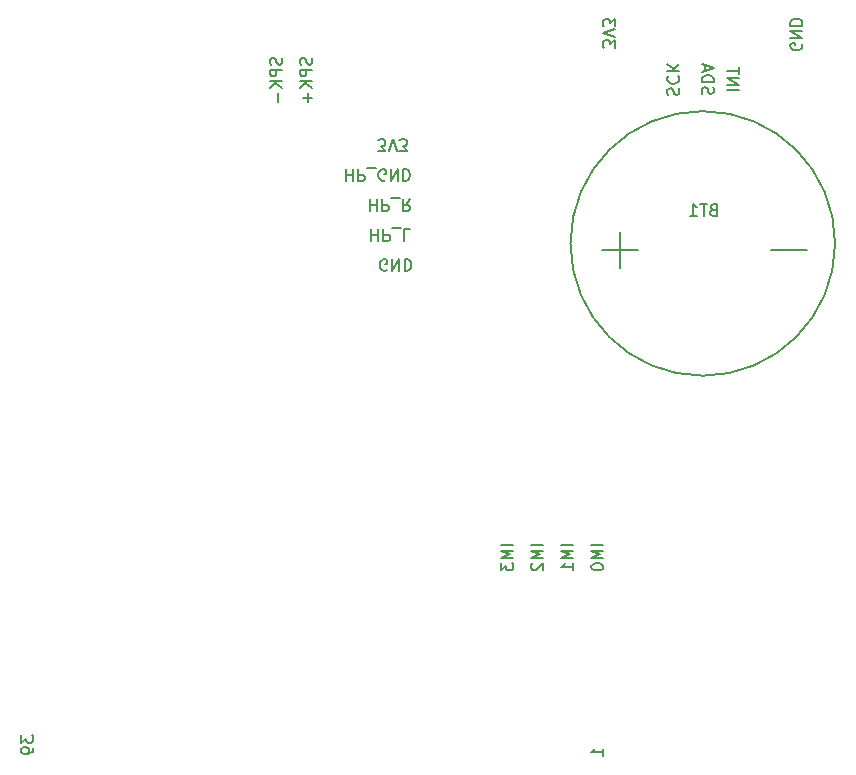
<source format=gbo>
G04 #@! TF.FileFunction,Legend,Bot*
%FSLAX46Y46*%
G04 Gerber Fmt 4.6, Leading zero omitted, Abs format (unit mm)*
G04 Created by KiCad (PCBNEW (2016-04-11 BZR 6687, Git f239aee)-product) date 7/7/2016 5:08:46 PM*
%MOMM*%
G01*
G04 APERTURE LIST*
%ADD10C,0.100000*%
%ADD11C,0.150000*%
G04 APERTURE END LIST*
D10*
D11*
X46384595Y-34790000D02*
X46289357Y-34837619D01*
X46146500Y-34837619D01*
X46003642Y-34790000D01*
X45908404Y-34694761D01*
X45860785Y-34599523D01*
X45813166Y-34409047D01*
X45813166Y-34266190D01*
X45860785Y-34075714D01*
X45908404Y-33980476D01*
X46003642Y-33885238D01*
X46146500Y-33837619D01*
X46241738Y-33837619D01*
X46384595Y-33885238D01*
X46432214Y-33932857D01*
X46432214Y-34266190D01*
X46241738Y-34266190D01*
X46860785Y-33837619D02*
X46860785Y-34837619D01*
X47432214Y-33837619D01*
X47432214Y-34837619D01*
X47908404Y-33837619D02*
X47908404Y-34837619D01*
X48146500Y-34837619D01*
X48289357Y-34790000D01*
X48384595Y-34694761D01*
X48432214Y-34599523D01*
X48479833Y-34409047D01*
X48479833Y-34266190D01*
X48432214Y-34075714D01*
X48384595Y-33980476D01*
X48289357Y-33885238D01*
X48146500Y-33837619D01*
X47908404Y-33837619D01*
X42932023Y-26217619D02*
X42932023Y-27217619D01*
X42932023Y-26741428D02*
X43503452Y-26741428D01*
X43503452Y-26217619D02*
X43503452Y-27217619D01*
X43979642Y-26217619D02*
X43979642Y-27217619D01*
X44360595Y-27217619D01*
X44455833Y-27170000D01*
X44503452Y-27122380D01*
X44551071Y-27027142D01*
X44551071Y-26884285D01*
X44503452Y-26789047D01*
X44455833Y-26741428D01*
X44360595Y-26693809D01*
X43979642Y-26693809D01*
X44741547Y-26122380D02*
X45503452Y-26122380D01*
X46265357Y-27170000D02*
X46170119Y-27217619D01*
X46027261Y-27217619D01*
X45884404Y-27170000D01*
X45789166Y-27074761D01*
X45741547Y-26979523D01*
X45693928Y-26789047D01*
X45693928Y-26646190D01*
X45741547Y-26455714D01*
X45789166Y-26360476D01*
X45884404Y-26265238D01*
X46027261Y-26217619D01*
X46122500Y-26217619D01*
X46265357Y-26265238D01*
X46312976Y-26312857D01*
X46312976Y-26646190D01*
X46122500Y-26646190D01*
X46741547Y-26217619D02*
X46741547Y-27217619D01*
X47312976Y-26217619D01*
X47312976Y-27217619D01*
X47789166Y-26217619D02*
X47789166Y-27217619D01*
X48027261Y-27217619D01*
X48170119Y-27170000D01*
X48265357Y-27074761D01*
X48312976Y-26979523D01*
X48360595Y-26789047D01*
X48360595Y-26646190D01*
X48312976Y-26455714D01*
X48265357Y-26360476D01*
X48170119Y-26265238D01*
X48027261Y-26217619D01*
X47789166Y-26217619D01*
X62174380Y-58036880D02*
X61174380Y-58036880D01*
X62174380Y-58513071D02*
X61174380Y-58513071D01*
X61888666Y-58846404D01*
X61174380Y-59179738D01*
X62174380Y-59179738D01*
X62174380Y-60179738D02*
X62174380Y-59608309D01*
X62174380Y-59894023D02*
X61174380Y-59894023D01*
X61317238Y-59798785D01*
X61412476Y-59703547D01*
X61460095Y-59608309D01*
X64714380Y-58036880D02*
X63714380Y-58036880D01*
X64714380Y-58513071D02*
X63714380Y-58513071D01*
X64428666Y-58846404D01*
X63714380Y-59179738D01*
X64714380Y-59179738D01*
X63714380Y-59846404D02*
X63714380Y-59941642D01*
X63762000Y-60036880D01*
X63809619Y-60084500D01*
X63904857Y-60132119D01*
X64095333Y-60179738D01*
X64333428Y-60179738D01*
X64523904Y-60132119D01*
X64619142Y-60084500D01*
X64666761Y-60036880D01*
X64714380Y-59941642D01*
X64714380Y-59846404D01*
X64666761Y-59751166D01*
X64619142Y-59703547D01*
X64523904Y-59655928D01*
X64333428Y-59608309D01*
X64095333Y-59608309D01*
X63904857Y-59655928D01*
X63809619Y-59703547D01*
X63762000Y-59751166D01*
X63714380Y-59846404D01*
X59634380Y-58036880D02*
X58634380Y-58036880D01*
X59634380Y-58513071D02*
X58634380Y-58513071D01*
X59348666Y-58846404D01*
X58634380Y-59179738D01*
X59634380Y-59179738D01*
X58729619Y-59608309D02*
X58682000Y-59655928D01*
X58634380Y-59751166D01*
X58634380Y-59989261D01*
X58682000Y-60084500D01*
X58729619Y-60132119D01*
X58824857Y-60179738D01*
X58920095Y-60179738D01*
X59062952Y-60132119D01*
X59634380Y-59560690D01*
X59634380Y-60179738D01*
X57094380Y-58036880D02*
X56094380Y-58036880D01*
X57094380Y-58513071D02*
X56094380Y-58513071D01*
X56808666Y-58846404D01*
X56094380Y-59179738D01*
X57094380Y-59179738D01*
X56094380Y-59560690D02*
X56094380Y-60179738D01*
X56475333Y-59846404D01*
X56475333Y-59989261D01*
X56522952Y-60084500D01*
X56570571Y-60132119D01*
X56665809Y-60179738D01*
X56903904Y-60179738D01*
X56999142Y-60132119D01*
X57046761Y-60084500D01*
X57094380Y-59989261D01*
X57094380Y-59703547D01*
X57046761Y-59608309D01*
X56999142Y-59560690D01*
X37488761Y-16793738D02*
X37536380Y-16936595D01*
X37536380Y-17174690D01*
X37488761Y-17269928D01*
X37441142Y-17317547D01*
X37345904Y-17365166D01*
X37250666Y-17365166D01*
X37155428Y-17317547D01*
X37107809Y-17269928D01*
X37060190Y-17174690D01*
X37012571Y-16984214D01*
X36964952Y-16888976D01*
X36917333Y-16841357D01*
X36822095Y-16793738D01*
X36726857Y-16793738D01*
X36631619Y-16841357D01*
X36584000Y-16888976D01*
X36536380Y-16984214D01*
X36536380Y-17222309D01*
X36584000Y-17365166D01*
X37536380Y-17793738D02*
X36536380Y-17793738D01*
X36536380Y-18174690D01*
X36584000Y-18269928D01*
X36631619Y-18317547D01*
X36726857Y-18365166D01*
X36869714Y-18365166D01*
X36964952Y-18317547D01*
X37012571Y-18269928D01*
X37060190Y-18174690D01*
X37060190Y-17793738D01*
X37536380Y-18793738D02*
X36536380Y-18793738D01*
X37536380Y-19365166D02*
X36964952Y-18936595D01*
X36536380Y-19365166D02*
X37107809Y-18793738D01*
X37155428Y-19793738D02*
X37155428Y-20555642D01*
X40028761Y-16793738D02*
X40076380Y-16936595D01*
X40076380Y-17174690D01*
X40028761Y-17269928D01*
X39981142Y-17317547D01*
X39885904Y-17365166D01*
X39790666Y-17365166D01*
X39695428Y-17317547D01*
X39647809Y-17269928D01*
X39600190Y-17174690D01*
X39552571Y-16984214D01*
X39504952Y-16888976D01*
X39457333Y-16841357D01*
X39362095Y-16793738D01*
X39266857Y-16793738D01*
X39171619Y-16841357D01*
X39124000Y-16888976D01*
X39076380Y-16984214D01*
X39076380Y-17222309D01*
X39124000Y-17365166D01*
X40076380Y-17793738D02*
X39076380Y-17793738D01*
X39076380Y-18174690D01*
X39124000Y-18269928D01*
X39171619Y-18317547D01*
X39266857Y-18365166D01*
X39409714Y-18365166D01*
X39504952Y-18317547D01*
X39552571Y-18269928D01*
X39600190Y-18174690D01*
X39600190Y-17793738D01*
X40076380Y-18793738D02*
X39076380Y-18793738D01*
X40076380Y-19365166D02*
X39504952Y-18936595D01*
X39076380Y-19365166D02*
X39647809Y-18793738D01*
X39695428Y-19793738D02*
X39695428Y-20555642D01*
X40076380Y-20174690D02*
X39314476Y-20174690D01*
X64714380Y-75880214D02*
X64714380Y-75308785D01*
X64714380Y-75594500D02*
X63714380Y-75594500D01*
X63857238Y-75499261D01*
X63952476Y-75404023D01*
X64000095Y-75308785D01*
X15454380Y-74149976D02*
X15454380Y-74769023D01*
X15835333Y-74435690D01*
X15835333Y-74578547D01*
X15882952Y-74673785D01*
X15930571Y-74721404D01*
X16025809Y-74769023D01*
X16263904Y-74769023D01*
X16359142Y-74721404D01*
X16406761Y-74673785D01*
X16454380Y-74578547D01*
X16454380Y-74292833D01*
X16406761Y-74197595D01*
X16359142Y-74149976D01*
X16454380Y-75245214D02*
X16454380Y-75435690D01*
X16406761Y-75530928D01*
X16359142Y-75578547D01*
X16216285Y-75673785D01*
X16025809Y-75721404D01*
X15644857Y-75721404D01*
X15549619Y-75673785D01*
X15502000Y-75626166D01*
X15454380Y-75530928D01*
X15454380Y-75340452D01*
X15502000Y-75245214D01*
X15549619Y-75197595D01*
X15644857Y-75149976D01*
X15882952Y-75149976D01*
X15978190Y-75197595D01*
X16025809Y-75245214D01*
X16073428Y-75340452D01*
X16073428Y-75530928D01*
X16025809Y-75626166D01*
X15978190Y-75673785D01*
X15882952Y-75721404D01*
X44971833Y-28757619D02*
X44971833Y-29757619D01*
X44971833Y-29281428D02*
X45543261Y-29281428D01*
X45543261Y-28757619D02*
X45543261Y-29757619D01*
X46019452Y-28757619D02*
X46019452Y-29757619D01*
X46400404Y-29757619D01*
X46495642Y-29710000D01*
X46543261Y-29662380D01*
X46590880Y-29567142D01*
X46590880Y-29424285D01*
X46543261Y-29329047D01*
X46495642Y-29281428D01*
X46400404Y-29233809D01*
X46019452Y-29233809D01*
X46781357Y-28662380D02*
X47543261Y-28662380D01*
X48352785Y-28757619D02*
X48019452Y-29233809D01*
X47781357Y-28757619D02*
X47781357Y-29757619D01*
X48162309Y-29757619D01*
X48257547Y-29710000D01*
X48305166Y-29662380D01*
X48352785Y-29567142D01*
X48352785Y-29424285D01*
X48305166Y-29329047D01*
X48257547Y-29281428D01*
X48162309Y-29233809D01*
X47781357Y-29233809D01*
X45654404Y-24677619D02*
X46273452Y-24677619D01*
X45940119Y-24296666D01*
X46082976Y-24296666D01*
X46178214Y-24249047D01*
X46225833Y-24201428D01*
X46273452Y-24106190D01*
X46273452Y-23868095D01*
X46225833Y-23772857D01*
X46178214Y-23725238D01*
X46082976Y-23677619D01*
X45797261Y-23677619D01*
X45702023Y-23725238D01*
X45654404Y-23772857D01*
X46559166Y-24677619D02*
X46892500Y-23677619D01*
X47225833Y-24677619D01*
X47463928Y-24677619D02*
X48082976Y-24677619D01*
X47749642Y-24296666D01*
X47892500Y-24296666D01*
X47987738Y-24249047D01*
X48035357Y-24201428D01*
X48082976Y-24106190D01*
X48082976Y-23868095D01*
X48035357Y-23772857D01*
X47987738Y-23725238D01*
X47892500Y-23677619D01*
X47606785Y-23677619D01*
X47511547Y-23725238D01*
X47463928Y-23772857D01*
X45067071Y-31297619D02*
X45067071Y-32297619D01*
X45067071Y-31821428D02*
X45638500Y-31821428D01*
X45638500Y-31297619D02*
X45638500Y-32297619D01*
X46114690Y-31297619D02*
X46114690Y-32297619D01*
X46495642Y-32297619D01*
X46590880Y-32250000D01*
X46638500Y-32202380D01*
X46686119Y-32107142D01*
X46686119Y-31964285D01*
X46638500Y-31869047D01*
X46590880Y-31821428D01*
X46495642Y-31773809D01*
X46114690Y-31773809D01*
X46876595Y-31202380D02*
X47638500Y-31202380D01*
X48352785Y-31297619D02*
X47876595Y-31297619D01*
X47876595Y-32297619D01*
X73128238Y-19853785D02*
X73080619Y-19710928D01*
X73080619Y-19472833D01*
X73128238Y-19377595D01*
X73175857Y-19329976D01*
X73271095Y-19282357D01*
X73366333Y-19282357D01*
X73461571Y-19329976D01*
X73509190Y-19377595D01*
X73556809Y-19472833D01*
X73604428Y-19663309D01*
X73652047Y-19758547D01*
X73699666Y-19806166D01*
X73794904Y-19853785D01*
X73890142Y-19853785D01*
X73985380Y-19806166D01*
X74033000Y-19758547D01*
X74080619Y-19663309D01*
X74080619Y-19425214D01*
X74033000Y-19282357D01*
X73080619Y-18853785D02*
X74080619Y-18853785D01*
X74080619Y-18615690D01*
X74033000Y-18472833D01*
X73937761Y-18377595D01*
X73842523Y-18329976D01*
X73652047Y-18282357D01*
X73509190Y-18282357D01*
X73318714Y-18329976D01*
X73223476Y-18377595D01*
X73128238Y-18472833D01*
X73080619Y-18615690D01*
X73080619Y-18853785D01*
X73366333Y-17901404D02*
X73366333Y-17425214D01*
X73080619Y-17996642D02*
X74080619Y-17663309D01*
X73080619Y-17329976D01*
X70207238Y-19925214D02*
X70159619Y-19782357D01*
X70159619Y-19544261D01*
X70207238Y-19449023D01*
X70254857Y-19401404D01*
X70350095Y-19353785D01*
X70445333Y-19353785D01*
X70540571Y-19401404D01*
X70588190Y-19449023D01*
X70635809Y-19544261D01*
X70683428Y-19734738D01*
X70731047Y-19829976D01*
X70778666Y-19877595D01*
X70873904Y-19925214D01*
X70969142Y-19925214D01*
X71064380Y-19877595D01*
X71112000Y-19829976D01*
X71159619Y-19734738D01*
X71159619Y-19496642D01*
X71112000Y-19353785D01*
X70254857Y-18353785D02*
X70207238Y-18401404D01*
X70159619Y-18544261D01*
X70159619Y-18639500D01*
X70207238Y-18782357D01*
X70302476Y-18877595D01*
X70397714Y-18925214D01*
X70588190Y-18972833D01*
X70731047Y-18972833D01*
X70921523Y-18925214D01*
X71016761Y-18877595D01*
X71112000Y-18782357D01*
X71159619Y-18639500D01*
X71159619Y-18544261D01*
X71112000Y-18401404D01*
X71064380Y-18353785D01*
X70159619Y-17925214D02*
X71159619Y-17925214D01*
X70159619Y-17353785D02*
X70731047Y-17782357D01*
X71159619Y-17353785D02*
X70588190Y-17925214D01*
X65698619Y-15940595D02*
X65698619Y-15321547D01*
X65317666Y-15654880D01*
X65317666Y-15512023D01*
X65270047Y-15416785D01*
X65222428Y-15369166D01*
X65127190Y-15321547D01*
X64889095Y-15321547D01*
X64793857Y-15369166D01*
X64746238Y-15416785D01*
X64698619Y-15512023D01*
X64698619Y-15797738D01*
X64746238Y-15892976D01*
X64793857Y-15940595D01*
X65698619Y-15035833D02*
X64698619Y-14702500D01*
X65698619Y-14369166D01*
X65698619Y-14131071D02*
X65698619Y-13512023D01*
X65317666Y-13845357D01*
X65317666Y-13702500D01*
X65270047Y-13607261D01*
X65222428Y-13559642D01*
X65127190Y-13512023D01*
X64889095Y-13512023D01*
X64793857Y-13559642D01*
X64746238Y-13607261D01*
X64698619Y-13702500D01*
X64698619Y-13988214D01*
X64746238Y-14083452D01*
X64793857Y-14131071D01*
X75239619Y-19544261D02*
X76239619Y-19544261D01*
X75239619Y-19068071D02*
X76239619Y-19068071D01*
X75239619Y-18496642D01*
X76239619Y-18496642D01*
X76239619Y-18163309D02*
X76239619Y-17591880D01*
X75239619Y-17877595D02*
X76239619Y-17877595D01*
X81526000Y-15591404D02*
X81573619Y-15686642D01*
X81573619Y-15829500D01*
X81526000Y-15972357D01*
X81430761Y-16067595D01*
X81335523Y-16115214D01*
X81145047Y-16162833D01*
X81002190Y-16162833D01*
X80811714Y-16115214D01*
X80716476Y-16067595D01*
X80621238Y-15972357D01*
X80573619Y-15829500D01*
X80573619Y-15734261D01*
X80621238Y-15591404D01*
X80668857Y-15543785D01*
X81002190Y-15543785D01*
X81002190Y-15734261D01*
X80573619Y-15115214D02*
X81573619Y-15115214D01*
X80573619Y-14543785D01*
X81573619Y-14543785D01*
X80573619Y-14067595D02*
X81573619Y-14067595D01*
X81573619Y-13829500D01*
X81526000Y-13686642D01*
X81430761Y-13591404D01*
X81335523Y-13543785D01*
X81145047Y-13496166D01*
X81002190Y-13496166D01*
X80811714Y-13543785D01*
X80716476Y-13591404D01*
X80621238Y-13686642D01*
X80573619Y-13829500D01*
X80573619Y-14067595D01*
X84352000Y-32512000D02*
G75*
G03X84352000Y-32512000I-11200000J0D01*
G01*
X74035214Y-29646571D02*
X73892357Y-29694190D01*
X73844738Y-29741809D01*
X73797119Y-29837047D01*
X73797119Y-29979904D01*
X73844738Y-30075142D01*
X73892357Y-30122761D01*
X73987595Y-30170380D01*
X74368547Y-30170380D01*
X74368547Y-29170380D01*
X74035214Y-29170380D01*
X73939976Y-29218000D01*
X73892357Y-29265619D01*
X73844738Y-29360857D01*
X73844738Y-29456095D01*
X73892357Y-29551333D01*
X73939976Y-29598952D01*
X74035214Y-29646571D01*
X74368547Y-29646571D01*
X73511404Y-29170380D02*
X72939976Y-29170380D01*
X73225690Y-30170380D02*
X73225690Y-29170380D01*
X72082833Y-30170380D02*
X72654261Y-30170380D01*
X72368547Y-30170380D02*
X72368547Y-29170380D01*
X72463785Y-29313238D01*
X72559023Y-29408476D01*
X72654261Y-29456095D01*
X82012309Y-33051714D02*
X78964690Y-33051714D01*
X67661309Y-33051714D02*
X64613690Y-33051714D01*
X66137500Y-34575523D02*
X66137500Y-31527904D01*
M02*

</source>
